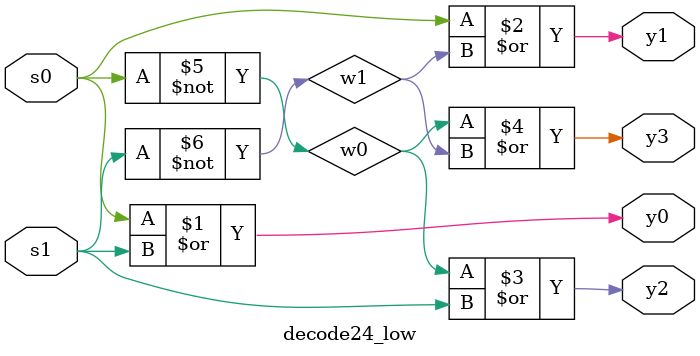
<source format=v>
`timescale 1ns / 1ps


module decode24_low(input s0,s1,output y0,y1,y2,y3);

wire w1,w0;

not s0_bar(w0,s0);
not s1_bar(w1,s1);

or g1(y0,s0,s1);
or g2(y1,s0,w1);
or g3(y2,w0,s1);
or g4(y3,w0,w1);

endmodule

</source>
